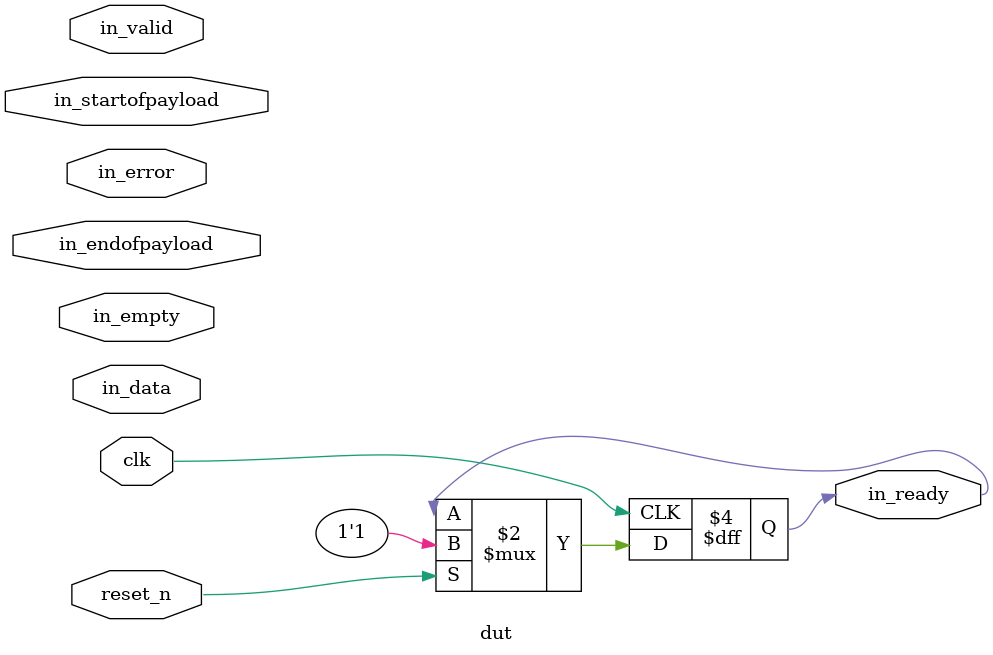
<source format=sv>
module dut
  
  
  
  (
    input clk,
    input reset_n,
    input in_valid,
    input in_startofpayload,
    input in_endofpayload,
    output in_ready,
    input [63:0] in_data,
    input[2:0] in_empty,
    input in_error);
  reg in_ready;
  
  always@(posedge clk)
    if(reset_n)begin
  in_ready <= 1;
  end
  
endmodule: dut
</source>
